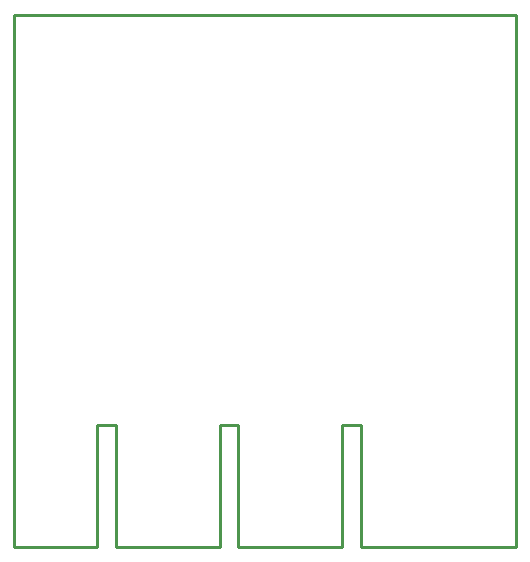
<source format=gbr>
G04 EAGLE Gerber RS-274X export*
G75*
%MOMM*%
%FSLAX34Y34*%
%LPD*%
%IN*%
%IPPOS*%
%AMOC8*
5,1,8,0,0,1.08239X$1,22.5*%
G01*
%ADD10C,0.254000*%


D10*
X284030Y31970D02*
X353950Y31970D01*
X353950Y134970D01*
X369950Y134970D01*
X369950Y31970D01*
X457950Y31970D01*
X457950Y134970D01*
X473950Y134970D01*
X473950Y31970D01*
X561950Y31970D01*
X561950Y134970D01*
X577950Y134970D01*
X577950Y31970D01*
X708650Y31970D01*
X708650Y482600D01*
X284030Y482600D01*
X284030Y31970D01*
M02*

</source>
